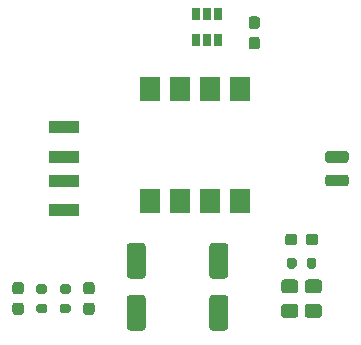
<source format=gtp>
G04 #@! TF.GenerationSoftware,KiCad,Pcbnew,5.1.10*
G04 #@! TF.CreationDate,2021-09-07T22:45:51+08:00*
G04 #@! TF.ProjectId,nypx06,6e797078-3036-42e6-9b69-6361645f7063,rev?*
G04 #@! TF.SameCoordinates,Original*
G04 #@! TF.FileFunction,Paste,Top*
G04 #@! TF.FilePolarity,Positive*
%FSLAX46Y46*%
G04 Gerber Fmt 4.6, Leading zero omitted, Abs format (unit mm)*
G04 Created by KiCad (PCBNEW 5.1.10) date 2021-09-07 22:45:51*
%MOMM*%
%LPD*%
G01*
G04 APERTURE LIST*
%ADD10R,2.500000X1.100000*%
%ADD11R,1.780000X2.000000*%
%ADD12R,0.650000X1.060000*%
G04 APERTURE END LIST*
G36*
G01*
X122037500Y-123175000D02*
X121562500Y-123175000D01*
G75*
G02*
X121325000Y-122937500I0J237500D01*
G01*
X121325000Y-122337500D01*
G75*
G02*
X121562500Y-122100000I237500J0D01*
G01*
X122037500Y-122100000D01*
G75*
G02*
X122275000Y-122337500I0J-237500D01*
G01*
X122275000Y-122937500D01*
G75*
G02*
X122037500Y-123175000I-237500J0D01*
G01*
G37*
G36*
G01*
X122037500Y-124900000D02*
X121562500Y-124900000D01*
G75*
G02*
X121325000Y-124662500I0J237500D01*
G01*
X121325000Y-124062500D01*
G75*
G02*
X121562500Y-123825000I237500J0D01*
G01*
X122037500Y-123825000D01*
G75*
G02*
X122275000Y-124062500I0J-237500D01*
G01*
X122275000Y-124662500D01*
G75*
G02*
X122037500Y-124900000I-237500J0D01*
G01*
G37*
D10*
X105650000Y-131500000D03*
X105650000Y-138500000D03*
X105650000Y-134000000D03*
X105650000Y-136000000D03*
D11*
X112990000Y-128235000D03*
X120610000Y-137765000D03*
X115530000Y-128235000D03*
X118070000Y-137765000D03*
X118070000Y-128235000D03*
X115530000Y-137765000D03*
X120610000Y-128235000D03*
X112990000Y-137765000D03*
D12*
X117800000Y-124100000D03*
X118750000Y-124100000D03*
X116850000Y-124100000D03*
X116850000Y-121900000D03*
X117800000Y-121900000D03*
X118750000Y-121900000D03*
G36*
G01*
X106075000Y-145575000D02*
X105525000Y-145575000D01*
G75*
G02*
X105325000Y-145375000I0J200000D01*
G01*
X105325000Y-144975000D01*
G75*
G02*
X105525000Y-144775000I200000J0D01*
G01*
X106075000Y-144775000D01*
G75*
G02*
X106275000Y-144975000I0J-200000D01*
G01*
X106275000Y-145375000D01*
G75*
G02*
X106075000Y-145575000I-200000J0D01*
G01*
G37*
G36*
G01*
X106075000Y-147225000D02*
X105525000Y-147225000D01*
G75*
G02*
X105325000Y-147025000I0J200000D01*
G01*
X105325000Y-146625000D01*
G75*
G02*
X105525000Y-146425000I200000J0D01*
G01*
X106075000Y-146425000D01*
G75*
G02*
X106275000Y-146625000I0J-200000D01*
G01*
X106275000Y-147025000D01*
G75*
G02*
X106075000Y-147225000I-200000J0D01*
G01*
G37*
G36*
G01*
X126225000Y-143275000D02*
X126225000Y-142725000D01*
G75*
G02*
X126425000Y-142525000I200000J0D01*
G01*
X126825000Y-142525000D01*
G75*
G02*
X127025000Y-142725000I0J-200000D01*
G01*
X127025000Y-143275000D01*
G75*
G02*
X126825000Y-143475000I-200000J0D01*
G01*
X126425000Y-143475000D01*
G75*
G02*
X126225000Y-143275000I0J200000D01*
G01*
G37*
G36*
G01*
X124575000Y-143275000D02*
X124575000Y-142725000D01*
G75*
G02*
X124775000Y-142525000I200000J0D01*
G01*
X125175000Y-142525000D01*
G75*
G02*
X125375000Y-142725000I0J-200000D01*
G01*
X125375000Y-143275000D01*
G75*
G02*
X125175000Y-143475000I-200000J0D01*
G01*
X124775000Y-143475000D01*
G75*
G02*
X124575000Y-143275000I0J200000D01*
G01*
G37*
G36*
G01*
X103525000Y-146425000D02*
X104075000Y-146425000D01*
G75*
G02*
X104275000Y-146625000I0J-200000D01*
G01*
X104275000Y-147025000D01*
G75*
G02*
X104075000Y-147225000I-200000J0D01*
G01*
X103525000Y-147225000D01*
G75*
G02*
X103325000Y-147025000I0J200000D01*
G01*
X103325000Y-146625000D01*
G75*
G02*
X103525000Y-146425000I200000J0D01*
G01*
G37*
G36*
G01*
X103525000Y-144775000D02*
X104075000Y-144775000D01*
G75*
G02*
X104275000Y-144975000I0J-200000D01*
G01*
X104275000Y-145375000D01*
G75*
G02*
X104075000Y-145575000I-200000J0D01*
G01*
X103525000Y-145575000D01*
G75*
G02*
X103325000Y-145375000I0J200000D01*
G01*
X103325000Y-144975000D01*
G75*
G02*
X103525000Y-144775000I200000J0D01*
G01*
G37*
G36*
G01*
X129550000Y-136500000D02*
X128050000Y-136500000D01*
G75*
G02*
X127800000Y-136250000I0J250000D01*
G01*
X127800000Y-135750000D01*
G75*
G02*
X128050000Y-135500000I250000J0D01*
G01*
X129550000Y-135500000D01*
G75*
G02*
X129800000Y-135750000I0J-250000D01*
G01*
X129800000Y-136250000D01*
G75*
G02*
X129550000Y-136500000I-250000J0D01*
G01*
G37*
G36*
G01*
X129550000Y-134500000D02*
X128050000Y-134500000D01*
G75*
G02*
X127800000Y-134250000I0J250000D01*
G01*
X127800000Y-133750000D01*
G75*
G02*
X128050000Y-133500000I250000J0D01*
G01*
X129550000Y-133500000D01*
G75*
G02*
X129800000Y-133750000I0J-250000D01*
G01*
X129800000Y-134250000D01*
G75*
G02*
X129550000Y-134500000I-250000J0D01*
G01*
G37*
G36*
G01*
X126150000Y-141237500D02*
X126150000Y-140762500D01*
G75*
G02*
X126387500Y-140525000I237500J0D01*
G01*
X126962500Y-140525000D01*
G75*
G02*
X127200000Y-140762500I0J-237500D01*
G01*
X127200000Y-141237500D01*
G75*
G02*
X126962500Y-141475000I-237500J0D01*
G01*
X126387500Y-141475000D01*
G75*
G02*
X126150000Y-141237500I0J237500D01*
G01*
G37*
G36*
G01*
X124400000Y-141237500D02*
X124400000Y-140762500D01*
G75*
G02*
X124637500Y-140525000I237500J0D01*
G01*
X125212500Y-140525000D01*
G75*
G02*
X125450000Y-140762500I0J-237500D01*
G01*
X125450000Y-141237500D01*
G75*
G02*
X125212500Y-141475000I-237500J0D01*
G01*
X124637500Y-141475000D01*
G75*
G02*
X124400000Y-141237500I0J237500D01*
G01*
G37*
G36*
G01*
X108037500Y-145650000D02*
X107562500Y-145650000D01*
G75*
G02*
X107325000Y-145412500I0J237500D01*
G01*
X107325000Y-144837500D01*
G75*
G02*
X107562500Y-144600000I237500J0D01*
G01*
X108037500Y-144600000D01*
G75*
G02*
X108275000Y-144837500I0J-237500D01*
G01*
X108275000Y-145412500D01*
G75*
G02*
X108037500Y-145650000I-237500J0D01*
G01*
G37*
G36*
G01*
X108037500Y-147400000D02*
X107562500Y-147400000D01*
G75*
G02*
X107325000Y-147162500I0J237500D01*
G01*
X107325000Y-146587500D01*
G75*
G02*
X107562500Y-146350000I237500J0D01*
G01*
X108037500Y-146350000D01*
G75*
G02*
X108275000Y-146587500I0J-237500D01*
G01*
X108275000Y-147162500D01*
G75*
G02*
X108037500Y-147400000I-237500J0D01*
G01*
G37*
G36*
G01*
X102037500Y-147400000D02*
X101562500Y-147400000D01*
G75*
G02*
X101325000Y-147162500I0J237500D01*
G01*
X101325000Y-146587500D01*
G75*
G02*
X101562500Y-146350000I237500J0D01*
G01*
X102037500Y-146350000D01*
G75*
G02*
X102275000Y-146587500I0J-237500D01*
G01*
X102275000Y-147162500D01*
G75*
G02*
X102037500Y-147400000I-237500J0D01*
G01*
G37*
G36*
G01*
X102037500Y-145650000D02*
X101562500Y-145650000D01*
G75*
G02*
X101325000Y-145412500I0J237500D01*
G01*
X101325000Y-144837500D01*
G75*
G02*
X101562500Y-144600000I237500J0D01*
G01*
X102037500Y-144600000D01*
G75*
G02*
X102275000Y-144837500I0J-237500D01*
G01*
X102275000Y-145412500D01*
G75*
G02*
X102037500Y-145650000I-237500J0D01*
G01*
G37*
G36*
G01*
X111250000Y-145700000D02*
X112350000Y-145700000D01*
G75*
G02*
X112600000Y-145950000I0J-250000D01*
G01*
X112600000Y-148450000D01*
G75*
G02*
X112350000Y-148700000I-250000J0D01*
G01*
X111250000Y-148700000D01*
G75*
G02*
X111000000Y-148450000I0J250000D01*
G01*
X111000000Y-145950000D01*
G75*
G02*
X111250000Y-145700000I250000J0D01*
G01*
G37*
G36*
G01*
X111250000Y-141300000D02*
X112350000Y-141300000D01*
G75*
G02*
X112600000Y-141550000I0J-250000D01*
G01*
X112600000Y-144050000D01*
G75*
G02*
X112350000Y-144300000I-250000J0D01*
G01*
X111250000Y-144300000D01*
G75*
G02*
X111000000Y-144050000I0J250000D01*
G01*
X111000000Y-141550000D01*
G75*
G02*
X111250000Y-141300000I250000J0D01*
G01*
G37*
G36*
G01*
X118250000Y-145700000D02*
X119350000Y-145700000D01*
G75*
G02*
X119600000Y-145950000I0J-250000D01*
G01*
X119600000Y-148450000D01*
G75*
G02*
X119350000Y-148700000I-250000J0D01*
G01*
X118250000Y-148700000D01*
G75*
G02*
X118000000Y-148450000I0J250000D01*
G01*
X118000000Y-145950000D01*
G75*
G02*
X118250000Y-145700000I250000J0D01*
G01*
G37*
G36*
G01*
X118250000Y-141300000D02*
X119350000Y-141300000D01*
G75*
G02*
X119600000Y-141550000I0J-250000D01*
G01*
X119600000Y-144050000D01*
G75*
G02*
X119350000Y-144300000I-250000J0D01*
G01*
X118250000Y-144300000D01*
G75*
G02*
X118000000Y-144050000I0J250000D01*
G01*
X118000000Y-141550000D01*
G75*
G02*
X118250000Y-141300000I250000J0D01*
G01*
G37*
G36*
G01*
X126325000Y-146450000D02*
X127275000Y-146450000D01*
G75*
G02*
X127525000Y-146700000I0J-250000D01*
G01*
X127525000Y-147375000D01*
G75*
G02*
X127275000Y-147625000I-250000J0D01*
G01*
X126325000Y-147625000D01*
G75*
G02*
X126075000Y-147375000I0J250000D01*
G01*
X126075000Y-146700000D01*
G75*
G02*
X126325000Y-146450000I250000J0D01*
G01*
G37*
G36*
G01*
X126325000Y-144375000D02*
X127275000Y-144375000D01*
G75*
G02*
X127525000Y-144625000I0J-250000D01*
G01*
X127525000Y-145300000D01*
G75*
G02*
X127275000Y-145550000I-250000J0D01*
G01*
X126325000Y-145550000D01*
G75*
G02*
X126075000Y-145300000I0J250000D01*
G01*
X126075000Y-144625000D01*
G75*
G02*
X126325000Y-144375000I250000J0D01*
G01*
G37*
G36*
G01*
X124325000Y-146450000D02*
X125275000Y-146450000D01*
G75*
G02*
X125525000Y-146700000I0J-250000D01*
G01*
X125525000Y-147375000D01*
G75*
G02*
X125275000Y-147625000I-250000J0D01*
G01*
X124325000Y-147625000D01*
G75*
G02*
X124075000Y-147375000I0J250000D01*
G01*
X124075000Y-146700000D01*
G75*
G02*
X124325000Y-146450000I250000J0D01*
G01*
G37*
G36*
G01*
X124325000Y-144375000D02*
X125275000Y-144375000D01*
G75*
G02*
X125525000Y-144625000I0J-250000D01*
G01*
X125525000Y-145300000D01*
G75*
G02*
X125275000Y-145550000I-250000J0D01*
G01*
X124325000Y-145550000D01*
G75*
G02*
X124075000Y-145300000I0J250000D01*
G01*
X124075000Y-144625000D01*
G75*
G02*
X124325000Y-144375000I250000J0D01*
G01*
G37*
M02*

</source>
